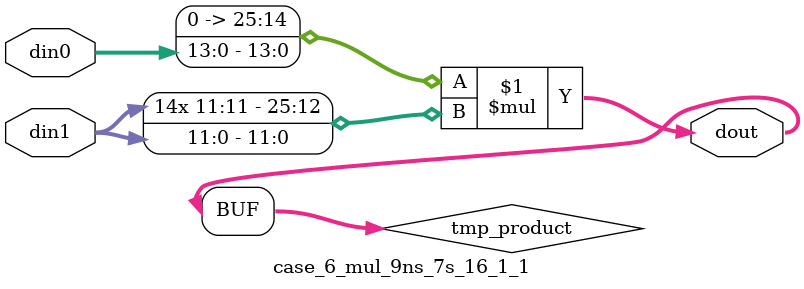
<source format=v>

`timescale 1 ns / 1 ps

 (* use_dsp = "no" *)  module case_6_mul_9ns_7s_16_1_1(din0, din1, dout);
parameter ID = 1;
parameter NUM_STAGE = 0;
parameter din0_WIDTH = 14;
parameter din1_WIDTH = 12;
parameter dout_WIDTH = 26;

input [din0_WIDTH - 1 : 0] din0; 
input [din1_WIDTH - 1 : 0] din1; 
output [dout_WIDTH - 1 : 0] dout;

wire signed [dout_WIDTH - 1 : 0] tmp_product;

























assign tmp_product = $signed({1'b0, din0}) * $signed(din1);










assign dout = tmp_product;





















endmodule

</source>
